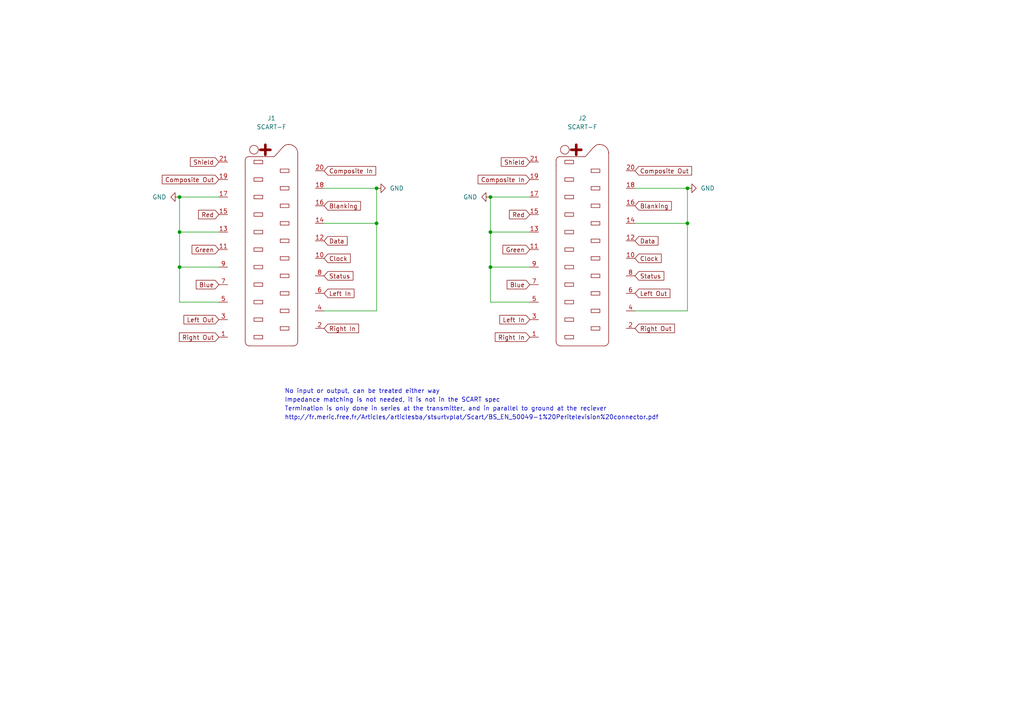
<source format=kicad_sch>
(kicad_sch (version 20230121) (generator eeschema)

  (uuid 35be7bb5-4d24-47f2-9037-c25ea0e0455b)

  (paper "A4")

  (lib_symbols
    (symbol "Connector:SCART-F" (pin_names (offset 0.762) hide) (in_bom yes) (on_board yes)
      (property "Reference" "J" (at 0 31.75 0)
        (effects (font (size 1.27 1.27)))
      )
      (property "Value" "SCART-F" (at 1.016 -29.21 0)
        (effects (font (size 1.27 1.27)))
      )
      (property "Footprint" "" (at 0 1.27 0)
        (effects (font (size 1.27 1.27)) hide)
      )
      (property "Datasheet" " ~" (at 0 1.27 0)
        (effects (font (size 1.27 1.27)) hide)
      )
      (property "ki_keywords" "connector" (at 0 0 0)
        (effects (font (size 1.27 1.27)) hide)
      )
      (property "ki_description" "Prise Peritel" (at 0 0 0)
        (effects (font (size 1.27 1.27)) hide)
      )
      (symbol "SCART-F_0_1"
        (arc (start -7.62 -26.67) (mid -7.248 -27.568) (end -6.35 -27.94)
          (stroke (width 0) (type default))
          (fill (type none))
        )
        (arc (start -6.604 26.9494) (mid -7.3224 26.6518) (end -7.62 25.9334)
          (stroke (width 0) (type default))
          (fill (type none))
        )
        (rectangle (start -5.08 -24.892) (end -2.54 -25.908)
          (stroke (width 0) (type default))
          (fill (type none))
        )
        (rectangle (start -5.08 -19.812) (end -2.54 -20.828)
          (stroke (width 0) (type default))
          (fill (type none))
        )
        (rectangle (start -5.08 -14.732) (end -2.54 -15.748)
          (stroke (width 0) (type default))
          (fill (type none))
        )
        (rectangle (start -5.08 -9.652) (end -2.54 -10.668)
          (stroke (width 0) (type default))
          (fill (type none))
        )
        (rectangle (start -5.08 -4.572) (end -2.54 -5.588)
          (stroke (width 0) (type default))
          (fill (type none))
        )
        (rectangle (start -5.08 0.508) (end -2.54 -0.508)
          (stroke (width 0) (type default))
          (fill (type none))
        )
        (rectangle (start -5.08 5.588) (end -2.54 4.572)
          (stroke (width 0) (type default))
          (fill (type none))
        )
        (rectangle (start -5.08 10.668) (end -2.54 9.652)
          (stroke (width 0) (type default))
          (fill (type none))
        )
        (rectangle (start -5.08 15.748) (end -2.54 14.732)
          (stroke (width 0) (type default))
          (fill (type none))
        )
        (rectangle (start -5.08 20.828) (end -2.54 19.812)
          (stroke (width 0) (type default))
          (fill (type none))
        )
        (rectangle (start -5.08 25.908) (end -2.54 24.892)
          (stroke (width 0) (type default))
          (fill (type none))
        )
        (circle (center -5.08 28.956) (radius 1.27)
          (stroke (width 0) (type default))
          (fill (type none))
        )
        (polyline
          (pts
            (xy -7.62 22.86)
            (xy -7.62 -26.67)
          )
          (stroke (width 0) (type default))
          (fill (type none))
        )
        (polyline
          (pts
            (xy -7.62 22.86)
            (xy -7.62 24.13)
          )
          (stroke (width 0) (type default))
          (fill (type none))
        )
        (polyline
          (pts
            (xy -7.62 24.6634)
            (xy -7.62 24.13)
          )
          (stroke (width 0) (type default))
          (fill (type none))
        )
        (polyline
          (pts
            (xy -7.62 24.6634)
            (xy -7.62 25.9334)
          )
          (stroke (width 0) (type default))
          (fill (type none))
        )
        (polyline
          (pts
            (xy -6.604 26.9494)
            (xy 0.508 26.9494)
          )
          (stroke (width 0) (type default))
          (fill (type none))
        )
        (polyline
          (pts
            (xy -6.35 -27.94)
            (xy 6.35 -27.94)
          )
          (stroke (width 0) (type default))
          (fill (type none))
        )
        (polyline
          (pts
            (xy 3.302 29.718)
            (xy 1.27 27.432)
          )
          (stroke (width 0) (type default))
          (fill (type none))
        )
        (polyline
          (pts
            (xy 4.826 30.48)
            (xy 5.08 30.48)
          )
          (stroke (width 0) (type default))
          (fill (type none))
        )
        (polyline
          (pts
            (xy 7.62 -26.67)
            (xy 7.62 28.2194)
          )
          (stroke (width 0) (type default))
          (fill (type none))
        )
        (arc (start 0.508 26.924) (mid 0.9569 27.0702) (end 1.2192 27.4574)
          (stroke (width 0) (type default))
          (fill (type none))
        )
        (rectangle (start 2.54 -22.352) (end 5.08 -23.368)
          (stroke (width 0) (type default))
          (fill (type none))
        )
        (rectangle (start 2.54 -17.272) (end 5.08 -18.288)
          (stroke (width 0) (type default))
          (fill (type none))
        )
        (rectangle (start 2.54 -12.192) (end 5.08 -13.208)
          (stroke (width 0) (type default))
          (fill (type none))
        )
        (rectangle (start 2.54 -7.112) (end 5.08 -8.128)
          (stroke (width 0) (type default))
          (fill (type none))
        )
        (rectangle (start 2.54 -2.032) (end 5.08 -3.048)
          (stroke (width 0) (type default))
          (fill (type none))
        )
        (rectangle (start 2.54 3.048) (end 5.08 2.032)
          (stroke (width 0) (type default))
          (fill (type none))
        )
        (rectangle (start 2.54 8.128) (end 5.08 7.112)
          (stroke (width 0) (type default))
          (fill (type none))
        )
        (rectangle (start 2.54 13.208) (end 5.08 12.192)
          (stroke (width 0) (type default))
          (fill (type none))
        )
        (rectangle (start 2.54 18.288) (end 5.08 17.272)
          (stroke (width 0) (type default))
          (fill (type none))
        )
        (rectangle (start 2.54 23.368) (end 5.08 22.352)
          (stroke (width 0) (type default))
          (fill (type none))
        )
        (arc (start 4.826 30.48) (mid 3.999 30.2726) (end 3.3782 29.6926)
          (stroke (width 0) (type default))
          (fill (type none))
        )
        (arc (start 6.35 -27.94) (mid 7.248 -27.568) (end 7.62 -26.67)
          (stroke (width 0) (type default))
          (fill (type none))
        )
        (arc (start 7.62 27.94) (mid 6.8761 29.7361) (end 5.08 30.48)
          (stroke (width 0) (type default))
          (fill (type none))
        )
        (text "+" (at -1.778 29.21 0)
          (effects (font (size 3.81 3.81) bold))
        )
      )
      (symbol "SCART-F_1_1"
        (pin passive line (at -15.24 -25.4 0) (length 2.54)
          (name "P1" (effects (font (size 1.27 1.27))))
          (number "1" (effects (font (size 1.27 1.27))))
        )
        (pin passive line (at 15.24 -2.54 180) (length 2.54)
          (name "P10" (effects (font (size 1.27 1.27))))
          (number "10" (effects (font (size 1.27 1.27))))
        )
        (pin passive line (at -15.24 0 0) (length 2.54)
          (name "P11" (effects (font (size 1.27 1.27))))
          (number "11" (effects (font (size 1.27 1.27))))
        )
        (pin passive line (at 15.24 2.54 180) (length 2.54)
          (name "P12" (effects (font (size 1.27 1.27))))
          (number "12" (effects (font (size 1.27 1.27))))
        )
        (pin passive line (at -15.24 5.08 0) (length 2.54)
          (name "P13" (effects (font (size 1.27 1.27))))
          (number "13" (effects (font (size 1.27 1.27))))
        )
        (pin passive line (at 15.24 7.62 180) (length 2.54)
          (name "P14" (effects (font (size 1.27 1.27))))
          (number "14" (effects (font (size 1.27 1.27))))
        )
        (pin passive line (at -15.24 10.16 0) (length 2.54)
          (name "P15" (effects (font (size 1.27 1.27))))
          (number "15" (effects (font (size 1.27 1.27))))
        )
        (pin passive line (at 15.24 12.7 180) (length 2.54)
          (name "P16" (effects (font (size 1.27 1.27))))
          (number "16" (effects (font (size 1.27 1.27))))
        )
        (pin passive line (at -15.24 15.24 0) (length 2.54)
          (name "P17" (effects (font (size 1.27 1.27))))
          (number "17" (effects (font (size 1.27 1.27))))
        )
        (pin passive line (at 15.24 17.78 180) (length 2.54)
          (name "P18" (effects (font (size 1.27 1.27))))
          (number "18" (effects (font (size 1.27 1.27))))
        )
        (pin passive line (at -15.24 20.32 0) (length 2.54)
          (name "P19" (effects (font (size 1.27 1.27))))
          (number "19" (effects (font (size 1.27 1.27))))
        )
        (pin passive line (at 15.24 -22.86 180) (length 2.54)
          (name "P2" (effects (font (size 1.27 1.27))))
          (number "2" (effects (font (size 1.27 1.27))))
        )
        (pin passive line (at 15.24 22.86 180) (length 2.54)
          (name "P20" (effects (font (size 1.27 1.27))))
          (number "20" (effects (font (size 1.27 1.27))))
        )
        (pin passive line (at -15.24 25.4 0) (length 2.54)
          (name "P21" (effects (font (size 1.27 1.27))))
          (number "21" (effects (font (size 1.27 1.27))))
        )
        (pin passive line (at -15.24 -20.32 0) (length 2.54)
          (name "P3" (effects (font (size 1.27 1.27))))
          (number "3" (effects (font (size 1.27 1.27))))
        )
        (pin passive line (at 15.24 -17.78 180) (length 2.54)
          (name "P4" (effects (font (size 1.27 1.27))))
          (number "4" (effects (font (size 1.27 1.27))))
        )
        (pin passive line (at -15.24 -15.24 0) (length 2.54)
          (name "P5" (effects (font (size 1.27 1.27))))
          (number "5" (effects (font (size 1.27 1.27))))
        )
        (pin passive line (at 15.24 -12.7 180) (length 2.54)
          (name "P6" (effects (font (size 1.27 1.27))))
          (number "6" (effects (font (size 1.27 1.27))))
        )
        (pin passive line (at -15.24 -10.16 0) (length 2.54)
          (name "P7" (effects (font (size 1.27 1.27))))
          (number "7" (effects (font (size 1.27 1.27))))
        )
        (pin passive line (at 15.24 -7.62 180) (length 2.54)
          (name "P8" (effects (font (size 1.27 1.27))))
          (number "8" (effects (font (size 1.27 1.27))))
        )
        (pin passive line (at -15.24 -5.08 0) (length 2.54)
          (name "P9" (effects (font (size 1.27 1.27))))
          (number "9" (effects (font (size 1.27 1.27))))
        )
      )
    )
    (symbol "power:GND" (power) (pin_names (offset 0)) (in_bom yes) (on_board yes)
      (property "Reference" "#PWR" (at 0 -6.35 0)
        (effects (font (size 1.27 1.27)) hide)
      )
      (property "Value" "GND" (at 0 -3.81 0)
        (effects (font (size 1.27 1.27)))
      )
      (property "Footprint" "" (at 0 0 0)
        (effects (font (size 1.27 1.27)) hide)
      )
      (property "Datasheet" "" (at 0 0 0)
        (effects (font (size 1.27 1.27)) hide)
      )
      (property "ki_keywords" "global power" (at 0 0 0)
        (effects (font (size 1.27 1.27)) hide)
      )
      (property "ki_description" "Power symbol creates a global label with name \"GND\" , ground" (at 0 0 0)
        (effects (font (size 1.27 1.27)) hide)
      )
      (symbol "GND_0_1"
        (polyline
          (pts
            (xy 0 0)
            (xy 0 -1.27)
            (xy 1.27 -1.27)
            (xy 0 -2.54)
            (xy -1.27 -1.27)
            (xy 0 -1.27)
          )
          (stroke (width 0) (type default))
          (fill (type none))
        )
      )
      (symbol "GND_1_1"
        (pin power_in line (at 0 0 270) (length 0) hide
          (name "GND" (effects (font (size 1.27 1.27))))
          (number "1" (effects (font (size 1.27 1.27))))
        )
      )
    )
  )

  (junction (at 142.24 77.47) (diameter 0) (color 0 0 0 0)
    (uuid 237efa96-c164-488f-8044-65a44b7a7c91)
  )
  (junction (at 109.22 64.77) (diameter 0) (color 0 0 0 0)
    (uuid 2ce7df3e-d960-47e3-8e14-331b876c06cc)
  )
  (junction (at 199.39 64.77) (diameter 0) (color 0 0 0 0)
    (uuid 3ce9dd82-ea8e-4607-9b20-a37b47f3715b)
  )
  (junction (at 142.24 67.31) (diameter 0) (color 0 0 0 0)
    (uuid 77382f70-8fff-480f-91e4-4bc1d9a48703)
  )
  (junction (at 142.24 57.15) (diameter 0) (color 0 0 0 0)
    (uuid 8235ca11-5960-405b-bcc1-9b365cb41f8d)
  )
  (junction (at 52.07 67.31) (diameter 0) (color 0 0 0 0)
    (uuid 84b66620-5b86-435d-a5e2-f47b8c43907a)
  )
  (junction (at 52.07 77.47) (diameter 0) (color 0 0 0 0)
    (uuid c86f90b0-aea9-4bf6-ae47-cdfd9bc17a84)
  )
  (junction (at 109.22 54.61) (diameter 0) (color 0 0 0 0)
    (uuid d92bc122-f63c-4e37-a1cf-618d39499831)
  )
  (junction (at 52.07 57.15) (diameter 0) (color 0 0 0 0)
    (uuid e7c48973-b70a-48d3-a55a-52eebb70402c)
  )
  (junction (at 199.39 54.61) (diameter 0) (color 0 0 0 0)
    (uuid f33ce2cb-3bb4-4145-a709-dc81fb67c523)
  )

  (wire (pts (xy 63.5 57.15) (xy 52.07 57.15))
    (stroke (width 0) (type default))
    (uuid 1cd0e5c7-fa3d-4db2-ba86-772b4f5b3200)
  )
  (wire (pts (xy 153.67 57.15) (xy 142.24 57.15))
    (stroke (width 0) (type default))
    (uuid 2ab153c3-debb-4344-a127-4332ffbf07b6)
  )
  (wire (pts (xy 142.24 57.15) (xy 142.24 67.31))
    (stroke (width 0) (type default))
    (uuid 2be4a040-19af-46f1-b17a-b71dac9677f5)
  )
  (wire (pts (xy 184.15 54.61) (xy 199.39 54.61))
    (stroke (width 0) (type default))
    (uuid 315602e9-0bfe-4bfb-9171-556f7f6f5301)
  )
  (wire (pts (xy 199.39 64.77) (xy 184.15 64.77))
    (stroke (width 0) (type default))
    (uuid 525bacd1-0d07-477e-a987-cb1c7ffbd34a)
  )
  (wire (pts (xy 52.07 57.15) (xy 52.07 67.31))
    (stroke (width 0) (type default))
    (uuid 546f8310-748b-4624-8a70-b53fc6f16fc6)
  )
  (wire (pts (xy 52.07 77.47) (xy 63.5 77.47))
    (stroke (width 0) (type default))
    (uuid 55fc5ad9-3cf1-476f-86bc-80ff3a454693)
  )
  (wire (pts (xy 109.22 90.17) (xy 93.98 90.17))
    (stroke (width 0) (type default))
    (uuid 597fb862-8541-4f70-bbcf-21f8099d7c82)
  )
  (wire (pts (xy 109.22 64.77) (xy 109.22 90.17))
    (stroke (width 0) (type default))
    (uuid 5e89af4f-4741-46bd-a1f9-e635132594c3)
  )
  (wire (pts (xy 52.07 87.63) (xy 63.5 87.63))
    (stroke (width 0) (type default))
    (uuid 68690670-501e-473a-bc45-365c1fcda31c)
  )
  (wire (pts (xy 109.22 54.61) (xy 109.22 64.77))
    (stroke (width 0) (type default))
    (uuid 6b7d3ff6-774d-4811-b962-d33b93d67481)
  )
  (wire (pts (xy 142.24 67.31) (xy 142.24 77.47))
    (stroke (width 0) (type default))
    (uuid 843cc80e-412c-4dbe-8380-ac83e991ae6e)
  )
  (wire (pts (xy 142.24 87.63) (xy 153.67 87.63))
    (stroke (width 0) (type default))
    (uuid 8701ca8a-ade3-47a5-8d06-d66b3e14c11c)
  )
  (wire (pts (xy 52.07 67.31) (xy 63.5 67.31))
    (stroke (width 0) (type default))
    (uuid 99b49f1a-3ced-405e-bd86-3806585c99eb)
  )
  (wire (pts (xy 199.39 54.61) (xy 199.39 64.77))
    (stroke (width 0) (type default))
    (uuid a0088ad9-9bd5-4b6f-87a3-7c5e8111d4d3)
  )
  (wire (pts (xy 199.39 64.77) (xy 199.39 90.17))
    (stroke (width 0) (type default))
    (uuid a50235f8-b180-478c-b3ca-54f441de07cd)
  )
  (wire (pts (xy 142.24 67.31) (xy 153.67 67.31))
    (stroke (width 0) (type default))
    (uuid aaa564c6-e4d6-4d21-b4ac-73e75e0e076b)
  )
  (wire (pts (xy 142.24 77.47) (xy 142.24 87.63))
    (stroke (width 0) (type default))
    (uuid b0aff427-a5d3-4ed3-8cf4-ad836d13d801)
  )
  (wire (pts (xy 199.39 90.17) (xy 184.15 90.17))
    (stroke (width 0) (type default))
    (uuid b9b2fb0a-20fd-40fe-9533-2688157c118b)
  )
  (wire (pts (xy 93.98 54.61) (xy 109.22 54.61))
    (stroke (width 0) (type default))
    (uuid d3230dab-4274-4a3b-99af-d81608ab27f4)
  )
  (wire (pts (xy 142.24 77.47) (xy 153.67 77.47))
    (stroke (width 0) (type default))
    (uuid e08f0e55-c823-424d-964b-bfbc41ec50f1)
  )
  (wire (pts (xy 109.22 64.77) (xy 93.98 64.77))
    (stroke (width 0) (type default))
    (uuid f0fab005-4c3d-4aee-815c-06b423568005)
  )
  (wire (pts (xy 52.07 77.47) (xy 52.07 87.63))
    (stroke (width 0) (type default))
    (uuid f297fe72-1d8e-4158-80d4-e3fbae050c29)
  )
  (wire (pts (xy 52.07 67.31) (xy 52.07 77.47))
    (stroke (width 0) (type default))
    (uuid f5e9b7ac-aa7a-41eb-925c-cb9e6927573a)
  )

  (text "Impedance matching is not needed, it is not in the SCART spec"
    (at 82.55 116.84 0)
    (effects (font (size 1.27 1.27)) (justify left bottom))
    (uuid 2c7dbb31-370c-4539-9038-d4d834c10649)
  )
  (text "Termination is only done in series at the transmitter, and in parallel to ground at the reciever"
    (at 82.55 119.38 0)
    (effects (font (size 1.27 1.27)) (justify left bottom))
    (uuid 4abd8ed4-9c6e-4297-8dd1-1acb75e2bbce)
  )
  (text "http://fr.meric.free.fr/Articles/articlesba/stsurtvplat/Scart/BS_EN_50049-1%20Peritelevision%20connector.pdf"
    (at 82.55 121.92 0)
    (effects (font (size 1.27 1.27)) (justify left bottom))
    (uuid d95b65f6-16b9-4a22-9905-e10557821848)
  )
  (text "No input or output, can be treated either way" (at 82.55 114.3 0)
    (effects (font (size 1.27 1.27)) (justify left bottom))
    (uuid fe22ef32-2069-4798-9ded-fe8325ee6f4b)
  )

  (global_label "Status" (shape input) (at 184.15 80.01 0) (fields_autoplaced)
    (effects (font (size 1.27 1.27)) (justify left))
    (uuid 03c2b502-e5ad-4816-bb93-6dd00eb8793a)
    (property "Intersheetrefs" "${INTERSHEET_REFS}" (at 193.1222 80.01 0)
      (effects (font (size 1.27 1.27)) (justify left) hide)
    )
  )
  (global_label "Composite In" (shape input) (at 153.67 52.07 180) (fields_autoplaced)
    (effects (font (size 1.27 1.27)) (justify right))
    (uuid 1045abc4-2f8e-4b23-acd2-b45a54afe322)
    (property "Intersheetrefs" "${INTERSHEET_REFS}" (at 138.1059 52.07 0)
      (effects (font (size 1.27 1.27)) (justify right) hide)
    )
  )
  (global_label "Shield" (shape input) (at 63.5 46.99 180) (fields_autoplaced)
    (effects (font (size 1.27 1.27)) (justify right))
    (uuid 1371992b-e436-4f17-8e60-79c306a3ce01)
    (property "Intersheetrefs" "${INTERSHEET_REFS}" (at 54.6487 46.99 0)
      (effects (font (size 1.27 1.27)) (justify right) hide)
    )
  )
  (global_label "Shield" (shape input) (at 153.67 46.99 180) (fields_autoplaced)
    (effects (font (size 1.27 1.27)) (justify right))
    (uuid 264c04e4-804b-488e-8a14-09eb3fcae301)
    (property "Intersheetrefs" "${INTERSHEET_REFS}" (at 144.8187 46.99 0)
      (effects (font (size 1.27 1.27)) (justify right) hide)
    )
  )
  (global_label "Blanking" (shape input) (at 184.15 59.69 0) (fields_autoplaced)
    (effects (font (size 1.27 1.27)) (justify left))
    (uuid 2c36bc2d-c951-474e-8a8a-553f4b547580)
    (property "Intersheetrefs" "${INTERSHEET_REFS}" (at 195.2993 59.69 0)
      (effects (font (size 1.27 1.27)) (justify left) hide)
    )
  )
  (global_label "Blue" (shape input) (at 153.67 82.55 180) (fields_autoplaced)
    (effects (font (size 1.27 1.27)) (justify right))
    (uuid 33150943-509f-4f00-8130-178e36f13215)
    (property "Intersheetrefs" "${INTERSHEET_REFS}" (at 146.512 82.55 0)
      (effects (font (size 1.27 1.27)) (justify right) hide)
    )
  )
  (global_label "Composite Out" (shape input) (at 63.5 52.07 180) (fields_autoplaced)
    (effects (font (size 1.27 1.27)) (justify right))
    (uuid 377fd8b0-8a04-40a8-8951-869fb68c754a)
    (property "Intersheetrefs" "${INTERSHEET_REFS}" (at 46.4845 52.07 0)
      (effects (font (size 1.27 1.27)) (justify right) hide)
    )
  )
  (global_label "Data" (shape input) (at 93.98 69.85 0) (fields_autoplaced)
    (effects (font (size 1.27 1.27)) (justify left))
    (uuid 425e1df0-b0ae-4fa4-a15e-e817c8c36af4)
    (property "Intersheetrefs" "${INTERSHEET_REFS}" (at 101.2589 69.85 0)
      (effects (font (size 1.27 1.27)) (justify left) hide)
    )
  )
  (global_label "Red" (shape input) (at 63.5 62.23 180) (fields_autoplaced)
    (effects (font (size 1.27 1.27)) (justify right))
    (uuid 42b1da5c-87c7-4c76-aff2-c43b5ab6066f)
    (property "Intersheetrefs" "${INTERSHEET_REFS}" (at 57.0072 62.23 0)
      (effects (font (size 1.27 1.27)) (justify right) hide)
    )
  )
  (global_label "Red" (shape input) (at 153.67 62.23 180) (fields_autoplaced)
    (effects (font (size 1.27 1.27)) (justify right))
    (uuid 58ccfea2-85c3-4fd1-83ad-3ab6b6af6723)
    (property "Intersheetrefs" "${INTERSHEET_REFS}" (at 147.1772 62.23 0)
      (effects (font (size 1.27 1.27)) (justify right) hide)
    )
  )
  (global_label "Green" (shape input) (at 153.67 72.39 180) (fields_autoplaced)
    (effects (font (size 1.27 1.27)) (justify right))
    (uuid 5d374de8-d337-4c03-8c1d-4ab45ac21d98)
    (property "Intersheetrefs" "${INTERSHEET_REFS}" (at 145.3024 72.39 0)
      (effects (font (size 1.27 1.27)) (justify right) hide)
    )
  )
  (global_label "Right In" (shape input) (at 153.67 97.79 180) (fields_autoplaced)
    (effects (font (size 1.27 1.27)) (justify right))
    (uuid 6eb74363-bec2-4380-a098-2e0523c8ab77)
    (property "Intersheetrefs" "${INTERSHEET_REFS}" (at 143.0649 97.79 0)
      (effects (font (size 1.27 1.27)) (justify right) hide)
    )
  )
  (global_label "Green" (shape input) (at 63.5 72.39 180) (fields_autoplaced)
    (effects (font (size 1.27 1.27)) (justify right))
    (uuid 7201cdf9-ce1e-4196-aa7b-6d68ce5f9812)
    (property "Intersheetrefs" "${INTERSHEET_REFS}" (at 55.1324 72.39 0)
      (effects (font (size 1.27 1.27)) (justify right) hide)
    )
  )
  (global_label "Left In" (shape input) (at 153.67 92.71 180) (fields_autoplaced)
    (effects (font (size 1.27 1.27)) (justify right))
    (uuid 89de02be-66b5-43c6-b41d-6598c0517cfc)
    (property "Intersheetrefs" "${INTERSHEET_REFS}" (at 144.3953 92.71 0)
      (effects (font (size 1.27 1.27)) (justify right) hide)
    )
  )
  (global_label "Right Out" (shape input) (at 184.15 95.25 0) (fields_autoplaced)
    (effects (font (size 1.27 1.27)) (justify left))
    (uuid 8b83d2be-6a6c-4c96-a215-1cca5344a346)
    (property "Intersheetrefs" "${INTERSHEET_REFS}" (at 196.2065 95.25 0)
      (effects (font (size 1.27 1.27)) (justify left) hide)
    )
  )
  (global_label "Right Out" (shape input) (at 63.5 97.79 180) (fields_autoplaced)
    (effects (font (size 1.27 1.27)) (justify right))
    (uuid 8dd28f51-f858-4273-9eff-81d38436de6d)
    (property "Intersheetrefs" "${INTERSHEET_REFS}" (at 51.4435 97.79 0)
      (effects (font (size 1.27 1.27)) (justify right) hide)
    )
  )
  (global_label "Blue" (shape input) (at 63.5 82.55 180) (fields_autoplaced)
    (effects (font (size 1.27 1.27)) (justify right))
    (uuid 92d725d8-0f92-45d8-a69c-8b4f748936bb)
    (property "Intersheetrefs" "${INTERSHEET_REFS}" (at 56.342 82.55 0)
      (effects (font (size 1.27 1.27)) (justify right) hide)
    )
  )
  (global_label "Blanking" (shape input) (at 93.98 59.69 0) (fields_autoplaced)
    (effects (font (size 1.27 1.27)) (justify left))
    (uuid a25c27b7-df8d-43f1-8c24-641b92a22375)
    (property "Intersheetrefs" "${INTERSHEET_REFS}" (at 105.1293 59.69 0)
      (effects (font (size 1.27 1.27)) (justify left) hide)
    )
  )
  (global_label "Clock" (shape input) (at 184.15 74.93 0) (fields_autoplaced)
    (effects (font (size 1.27 1.27)) (justify left))
    (uuid a97e4536-9c4d-4057-b12e-5dd65e5b763f)
    (property "Intersheetrefs" "${INTERSHEET_REFS}" (at 192.3361 74.93 0)
      (effects (font (size 1.27 1.27)) (justify left) hide)
    )
  )
  (global_label "Data" (shape input) (at 184.15 69.85 0) (fields_autoplaced)
    (effects (font (size 1.27 1.27)) (justify left))
    (uuid ab2223f8-5fcf-4ee0-9c38-80bf5feb609d)
    (property "Intersheetrefs" "${INTERSHEET_REFS}" (at 191.4289 69.85 0)
      (effects (font (size 1.27 1.27)) (justify left) hide)
    )
  )
  (global_label "Left Out" (shape input) (at 63.5 92.71 180) (fields_autoplaced)
    (effects (font (size 1.27 1.27)) (justify right))
    (uuid b6f70850-8780-4de0-9efc-6d84f31a7ef5)
    (property "Intersheetrefs" "${INTERSHEET_REFS}" (at 52.7739 92.71 0)
      (effects (font (size 1.27 1.27)) (justify right) hide)
    )
  )
  (global_label "Left Out" (shape input) (at 184.15 85.09 0) (fields_autoplaced)
    (effects (font (size 1.27 1.27)) (justify left))
    (uuid b8ccf29f-39df-4fd6-bfe9-58fa94e44f8e)
    (property "Intersheetrefs" "${INTERSHEET_REFS}" (at 194.8761 85.09 0)
      (effects (font (size 1.27 1.27)) (justify left) hide)
    )
  )
  (global_label "Clock" (shape input) (at 93.98 74.93 0) (fields_autoplaced)
    (effects (font (size 1.27 1.27)) (justify left))
    (uuid ba34c55f-5cd9-4899-b57d-2dac22d21d2c)
    (property "Intersheetrefs" "${INTERSHEET_REFS}" (at 102.1661 74.93 0)
      (effects (font (size 1.27 1.27)) (justify left) hide)
    )
  )
  (global_label "Composite In" (shape input) (at 93.98 49.53 0) (fields_autoplaced)
    (effects (font (size 1.27 1.27)) (justify left))
    (uuid bcaff138-9b13-468a-b4da-43c4ca397d09)
    (property "Intersheetrefs" "${INTERSHEET_REFS}" (at 109.5441 49.53 0)
      (effects (font (size 1.27 1.27)) (justify left) hide)
    )
  )
  (global_label "Right In" (shape input) (at 93.98 95.25 0) (fields_autoplaced)
    (effects (font (size 1.27 1.27)) (justify left))
    (uuid d13be2ca-4874-4e03-9cfb-993185f5bd3b)
    (property "Intersheetrefs" "${INTERSHEET_REFS}" (at 104.5851 95.25 0)
      (effects (font (size 1.27 1.27)) (justify left) hide)
    )
  )
  (global_label "Left In" (shape input) (at 93.98 85.09 0) (fields_autoplaced)
    (effects (font (size 1.27 1.27)) (justify left))
    (uuid d240113f-ad89-4f92-8393-213f85e49b5a)
    (property "Intersheetrefs" "${INTERSHEET_REFS}" (at 103.2547 85.09 0)
      (effects (font (size 1.27 1.27)) (justify left) hide)
    )
  )
  (global_label "Status" (shape input) (at 93.98 80.01 0) (fields_autoplaced)
    (effects (font (size 1.27 1.27)) (justify left))
    (uuid f2affeb6-faff-4c72-83f0-fbbd53824020)
    (property "Intersheetrefs" "${INTERSHEET_REFS}" (at 102.9522 80.01 0)
      (effects (font (size 1.27 1.27)) (justify left) hide)
    )
  )
  (global_label "Composite Out" (shape input) (at 184.15 49.53 0) (fields_autoplaced)
    (effects (font (size 1.27 1.27)) (justify left))
    (uuid f3c4c426-2756-4d4b-9ac7-47e25cf90701)
    (property "Intersheetrefs" "${INTERSHEET_REFS}" (at 201.1655 49.53 0)
      (effects (font (size 1.27 1.27)) (justify left) hide)
    )
  )

  (symbol (lib_id "Connector:SCART-F") (at 168.91 72.39 0) (unit 1)
    (in_bom yes) (on_board yes) (dnp no) (fields_autoplaced)
    (uuid 13603251-2ced-4e07-afad-a2e23664cfde)
    (property "Reference" "J2" (at 168.91 34.29 0)
      (effects (font (size 1.27 1.27)))
    )
    (property "Value" "SCART-F" (at 168.91 36.83 0)
      (effects (font (size 1.27 1.27)))
    )
    (property "Footprint" "Connector_AV:KYCON_SCART_K-SCARTX-022_Horizontal" (at 168.91 71.12 0)
      (effects (font (size 1.27 1.27)) hide)
    )
    (property "Datasheet" " ~" (at 168.91 71.12 0)
      (effects (font (size 1.27 1.27)) hide)
    )
    (pin "4" (uuid 2cb48900-73b3-41b4-8fbc-c90681d3efc3))
    (pin "15" (uuid 3c8d02dd-ff2e-4445-a8c3-b6fe4945b539))
    (pin "7" (uuid 2fdcba7b-a869-4e82-8f1a-4c174fe57fb1))
    (pin "19" (uuid 1cc51bab-f97e-49e6-8ee9-0ba060ac1f29))
    (pin "10" (uuid a5dfc946-1adf-4b01-a70d-68dd387022e4))
    (pin "17" (uuid ab67effc-aa44-447c-b382-5d068bb20ac0))
    (pin "6" (uuid 9e004b05-7147-4371-b9fd-1de5f50559e2))
    (pin "16" (uuid 00848f46-3d50-4e54-967d-780f74abe5c9))
    (pin "18" (uuid 73028ace-77db-41bc-b499-72d7e8f1bc4e))
    (pin "13" (uuid 3031648d-1b4e-4d68-a6d7-f39b9d91b600))
    (pin "2" (uuid 4fd41ffa-7939-4a42-bda2-f208079f83db))
    (pin "5" (uuid 51a426e6-9566-4ff7-bf52-5dbb48ccaea2))
    (pin "1" (uuid cb3645fd-6706-4e73-9e96-84879fe70950))
    (pin "12" (uuid 3f4457b6-ca8a-42b5-a10a-a9358bc6b2d4))
    (pin "11" (uuid a3a2bb8f-0e25-4c82-b2ff-88c5df8cb8bb))
    (pin "8" (uuid c6509b7c-4d93-40e5-bbac-eb26748a4012))
    (pin "14" (uuid 7e61812c-83ad-4e92-91be-ca1dce141473))
    (pin "21" (uuid ac3d2ecd-cd11-479f-8960-695de774d192))
    (pin "9" (uuid 905affb4-9f6d-4542-ad79-9132d2de6c77))
    (pin "20" (uuid d092a8a6-6f70-4f5f-83e0-514c915fe6d6))
    (pin "3" (uuid ded604c4-75f3-4ade-aed1-2f5813c4ad32))
    (instances
      (project "scart-ftf"
        (path "/35be7bb5-4d24-47f2-9037-c25ea0e0455b"
          (reference "J2") (unit 1)
        )
      )
    )
  )

  (symbol (lib_id "power:GND") (at 199.39 54.61 90) (unit 1)
    (in_bom yes) (on_board yes) (dnp no) (fields_autoplaced)
    (uuid 2386a7d5-2f2a-41a8-bf11-0d6d097b0342)
    (property "Reference" "#PWR04" (at 205.74 54.61 0)
      (effects (font (size 1.27 1.27)) hide)
    )
    (property "Value" "GND" (at 203.2 54.61 90)
      (effects (font (size 1.27 1.27)) (justify right))
    )
    (property "Footprint" "" (at 199.39 54.61 0)
      (effects (font (size 1.27 1.27)) hide)
    )
    (property "Datasheet" "" (at 199.39 54.61 0)
      (effects (font (size 1.27 1.27)) hide)
    )
    (pin "1" (uuid 6b5b7cb3-2921-41cf-ab19-5a67c6cd986e))
    (instances
      (project "scart-ftf"
        (path "/35be7bb5-4d24-47f2-9037-c25ea0e0455b"
          (reference "#PWR04") (unit 1)
        )
      )
    )
  )

  (symbol (lib_id "power:GND") (at 109.22 54.61 90) (unit 1)
    (in_bom yes) (on_board yes) (dnp no) (fields_autoplaced)
    (uuid 25ea9596-0a53-417e-b9a3-6219f093798e)
    (property "Reference" "#PWR01" (at 115.57 54.61 0)
      (effects (font (size 1.27 1.27)) hide)
    )
    (property "Value" "GND" (at 113.03 54.61 90)
      (effects (font (size 1.27 1.27)) (justify right))
    )
    (property "Footprint" "" (at 109.22 54.61 0)
      (effects (font (size 1.27 1.27)) hide)
    )
    (property "Datasheet" "" (at 109.22 54.61 0)
      (effects (font (size 1.27 1.27)) hide)
    )
    (pin "1" (uuid 620d99e0-e688-496a-b129-d7235cbdddaf))
    (instances
      (project "scart-ftf"
        (path "/35be7bb5-4d24-47f2-9037-c25ea0e0455b"
          (reference "#PWR01") (unit 1)
        )
      )
    )
  )

  (symbol (lib_id "Connector:SCART-F") (at 78.74 72.39 0) (unit 1)
    (in_bom yes) (on_board yes) (dnp no) (fields_autoplaced)
    (uuid 6b0d3cc6-64a2-4d5a-872e-c1697aee174f)
    (property "Reference" "J1" (at 78.74 34.29 0)
      (effects (font (size 1.27 1.27)))
    )
    (property "Value" "SCART-F" (at 78.74 36.83 0)
      (effects (font (size 1.27 1.27)))
    )
    (property "Footprint" "Connector_AV:KYCON_SCART_K-SCARTX-022_Horizontal" (at 78.74 71.12 0)
      (effects (font (size 1.27 1.27)) hide)
    )
    (property "Datasheet" " ~" (at 78.74 71.12 0)
      (effects (font (size 1.27 1.27)) hide)
    )
    (pin "4" (uuid 04a68599-95ce-47ba-b6a0-aefcad0158d0))
    (pin "15" (uuid af1be49b-ac85-452d-8c6a-ca08fc1fba23))
    (pin "7" (uuid 72fbeb88-4743-417b-bfa3-b086d1a6fdfe))
    (pin "19" (uuid 2bee4fce-a223-4f4e-a069-a48be109c3d6))
    (pin "10" (uuid 645215d1-2cb3-4c8c-aa63-586f7cdcae7e))
    (pin "17" (uuid fb980f0f-c31c-4c34-aac7-ccaca9f5e6fb))
    (pin "6" (uuid 058b585b-8816-406d-85ea-6694edd43d82))
    (pin "16" (uuid 67a90d86-775f-489c-b81d-9d98c0a944c2))
    (pin "18" (uuid e70a31ad-97f6-4e47-8cb5-d6299b89f6f2))
    (pin "13" (uuid 094c4ad9-ae4a-4743-9f51-0caa525c5122))
    (pin "2" (uuid 39592e44-009d-4b00-8ef4-fcc2abdbfd43))
    (pin "5" (uuid aafcd723-c7bf-4b18-8469-69a4a91ef7c3))
    (pin "1" (uuid 81f53a90-6e25-4625-91fd-70d7deb2ade7))
    (pin "12" (uuid 3131aa14-2e5d-4f3f-a8c9-d9f9437c0f4c))
    (pin "11" (uuid bd01367d-1cfb-44f5-bba0-627ca576ac8b))
    (pin "8" (uuid e06fb79f-31bf-45af-9bc4-21e08347cf4f))
    (pin "14" (uuid d249d11c-0e56-447f-a972-3c6fc2487829))
    (pin "21" (uuid c569c538-5e8d-43cd-ba8b-ad1362ec5ce4))
    (pin "9" (uuid 49d976a5-e48d-43d8-83e8-291b2a53a94f))
    (pin "20" (uuid 40ab3e95-ce3e-4b04-84a8-110ef41aa80f))
    (pin "3" (uuid 5fa33f24-def3-4909-a55f-eeb9ecb04eab))
    (instances
      (project "scart-ftf"
        (path "/35be7bb5-4d24-47f2-9037-c25ea0e0455b"
          (reference "J1") (unit 1)
        )
      )
    )
  )

  (symbol (lib_id "power:GND") (at 142.24 57.15 270) (unit 1)
    (in_bom yes) (on_board yes) (dnp no) (fields_autoplaced)
    (uuid 9f272b5e-bd55-4011-b6bd-483fbda30cfc)
    (property "Reference" "#PWR03" (at 135.89 57.15 0)
      (effects (font (size 1.27 1.27)) hide)
    )
    (property "Value" "GND" (at 138.43 57.15 90)
      (effects (font (size 1.27 1.27)) (justify right))
    )
    (property "Footprint" "" (at 142.24 57.15 0)
      (effects (font (size 1.27 1.27)) hide)
    )
    (property "Datasheet" "" (at 142.24 57.15 0)
      (effects (font (size 1.27 1.27)) hide)
    )
    (pin "1" (uuid a3b41335-2bc5-42e1-96a9-5e544842e90c))
    (instances
      (project "scart-ftf"
        (path "/35be7bb5-4d24-47f2-9037-c25ea0e0455b"
          (reference "#PWR03") (unit 1)
        )
      )
    )
  )

  (symbol (lib_id "power:GND") (at 52.07 57.15 270) (unit 1)
    (in_bom yes) (on_board yes) (dnp no) (fields_autoplaced)
    (uuid dc2c10bf-ebde-4273-99d1-3f9979e77bab)
    (property "Reference" "#PWR02" (at 45.72 57.15 0)
      (effects (font (size 1.27 1.27)) hide)
    )
    (property "Value" "GND" (at 48.26 57.15 90)
      (effects (font (size 1.27 1.27)) (justify right))
    )
    (property "Footprint" "" (at 52.07 57.15 0)
      (effects (font (size 1.27 1.27)) hide)
    )
    (property "Datasheet" "" (at 52.07 57.15 0)
      (effects (font (size 1.27 1.27)) hide)
    )
    (pin "1" (uuid d0ff0c79-fdfe-4b23-9231-494dffec98c0))
    (instances
      (project "scart-ftf"
        (path "/35be7bb5-4d24-47f2-9037-c25ea0e0455b"
          (reference "#PWR02") (unit 1)
        )
      )
    )
  )

  (sheet_instances
    (path "/" (page "1"))
  )
)

</source>
